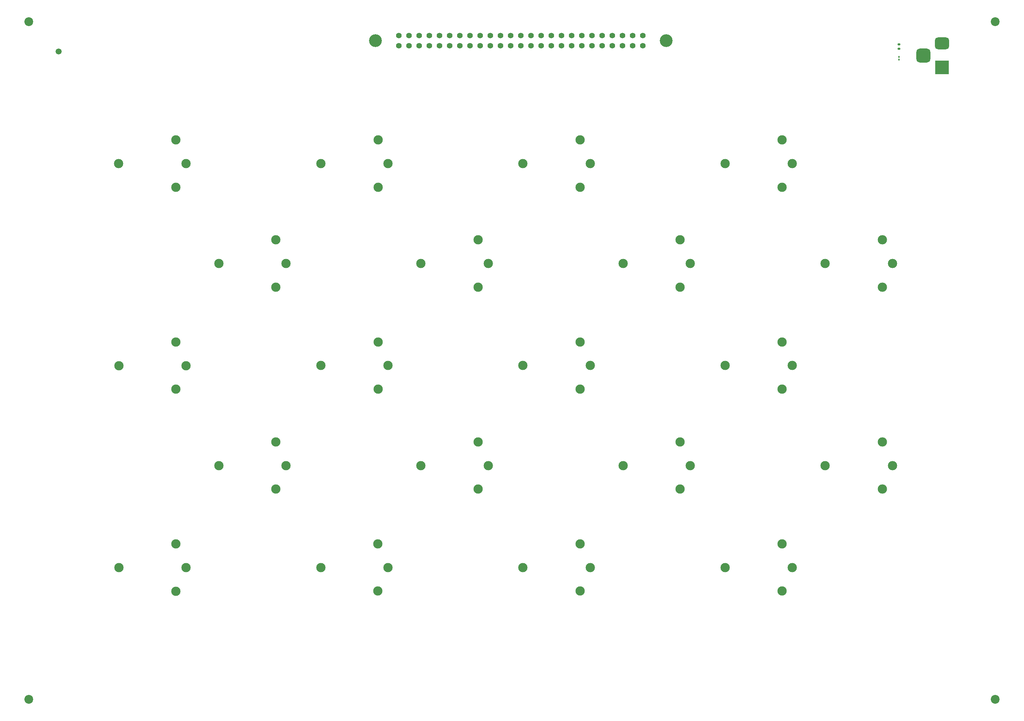
<source format=gbr>
%TF.GenerationSoftware,KiCad,Pcbnew,7.0.2*%
%TF.CreationDate,2023-07-28T09:13:38+01:00*%
%TF.ProjectId,Air quality project,41697220-7175-4616-9c69-74792070726f,rev?*%
%TF.SameCoordinates,Original*%
%TF.FileFunction,Soldermask,Top*%
%TF.FilePolarity,Negative*%
%FSLAX46Y46*%
G04 Gerber Fmt 4.6, Leading zero omitted, Abs format (unit mm)*
G04 Created by KiCad (PCBNEW 7.0.2) date 2023-07-28 09:13:38*
%MOMM*%
%LPD*%
G01*
G04 APERTURE LIST*
G04 Aperture macros list*
%AMRoundRect*
0 Rectangle with rounded corners*
0 $1 Rounding radius*
0 $2 $3 $4 $5 $6 $7 $8 $9 X,Y pos of 4 corners*
0 Add a 4 corners polygon primitive as box body*
4,1,4,$2,$3,$4,$5,$6,$7,$8,$9,$2,$3,0*
0 Add four circle primitives for the rounded corners*
1,1,$1+$1,$2,$3*
1,1,$1+$1,$4,$5*
1,1,$1+$1,$6,$7*
1,1,$1+$1,$8,$9*
0 Add four rect primitives between the rounded corners*
20,1,$1+$1,$2,$3,$4,$5,0*
20,1,$1+$1,$4,$5,$6,$7,0*
20,1,$1+$1,$6,$7,$8,$9,0*
20,1,$1+$1,$8,$9,$2,$3,0*%
G04 Aperture macros list end*
%ADD10C,2.311400*%
%ADD11C,2.200000*%
%ADD12RoundRect,0.100000X-0.100000X0.130000X-0.100000X-0.130000X0.100000X-0.130000X0.100000X0.130000X0*%
%ADD13C,3.200400*%
%ADD14C,1.397000*%
%ADD15R,3.500000X3.500000*%
%ADD16RoundRect,0.750000X-1.000000X0.750000X-1.000000X-0.750000X1.000000X-0.750000X1.000000X0.750000X0*%
%ADD17RoundRect,0.875000X-0.875000X0.875000X-0.875000X-0.875000X0.875000X-0.875000X0.875000X0.875000X0*%
%ADD18RoundRect,0.135000X0.185000X-0.135000X0.185000X0.135000X-0.185000X0.135000X-0.185000X-0.135000X0*%
%ADD19C,1.500000*%
G04 APERTURE END LIST*
D10*
%TO.C,J2*%
X59283000Y-63900501D03*
X61803000Y-58000501D03*
X59283000Y-52100501D03*
X45003000Y-58000501D03*
%TD*%
%TO.C,J4*%
X59290000Y-114430001D03*
X61810000Y-108530001D03*
X59290000Y-102630001D03*
X45010000Y-108530001D03*
%TD*%
D11*
%TO.C,REF\u002A\u002A*%
X263980000Y-22510000D03*
%TD*%
D10*
%TO.C,J5*%
X59290000Y-164920001D03*
X61810000Y-159020001D03*
X59290000Y-153120001D03*
X45010000Y-159020001D03*
%TD*%
%TO.C,J15*%
X160270000Y-164900001D03*
X162790000Y-159000001D03*
X160270000Y-153100001D03*
X145990000Y-159000001D03*
%TD*%
%TO.C,J18*%
X210780000Y-63900001D03*
X213300000Y-58000001D03*
X210780000Y-52100001D03*
X196500000Y-58000001D03*
%TD*%
D11*
%TO.C,REF\u002A\u002A*%
X263980000Y-191980000D03*
%TD*%
%TO.C,REF\u002A\u002A*%
X22520000Y-191980000D03*
%TD*%
D10*
%TO.C,J10*%
X109770000Y-164900001D03*
X112290000Y-159000001D03*
X109770000Y-153100001D03*
X95490000Y-159000001D03*
%TD*%
D12*
%TO.C,D1*%
X239970000Y-31365000D03*
X239970000Y-32005000D03*
%TD*%
D10*
%TO.C,J8*%
X109780000Y-63900001D03*
X112300000Y-58000001D03*
X109780000Y-52100001D03*
X95500000Y-58000001D03*
%TD*%
%TO.C,J12*%
X134780000Y-139400001D03*
X137300000Y-133500001D03*
X134780000Y-127600001D03*
X120500000Y-133500001D03*
%TD*%
%TO.C,J9*%
X109780000Y-114400001D03*
X112300000Y-108500001D03*
X109780000Y-102600001D03*
X95500000Y-108500001D03*
%TD*%
D13*
%TO.C,J3*%
X109179996Y-27270000D03*
X181780004Y-27270000D03*
D14*
X115000000Y-26000000D03*
X115000000Y-28540000D03*
X117540000Y-26000000D03*
X117540000Y-28540000D03*
X120080000Y-26000000D03*
X120080000Y-28540000D03*
X122620000Y-26000000D03*
X122620000Y-28540000D03*
X125160000Y-26000000D03*
X125160000Y-28540000D03*
X127700000Y-26000000D03*
X127700000Y-28540000D03*
X130240000Y-26000000D03*
X130240000Y-28540000D03*
X132780000Y-26000000D03*
X132780000Y-28540000D03*
X135320000Y-26000000D03*
X135320000Y-28540000D03*
X137860000Y-26000000D03*
X137860000Y-28540000D03*
X140400000Y-26000000D03*
X140400000Y-28540000D03*
X142940000Y-26000000D03*
X142940000Y-28540000D03*
X145480000Y-26000000D03*
X145480000Y-28540000D03*
X148020000Y-26000000D03*
X148020000Y-28540000D03*
X150560000Y-26000000D03*
X150560000Y-28540000D03*
X153100000Y-26000000D03*
X153100000Y-28540000D03*
X155640000Y-26000000D03*
X155640000Y-28540000D03*
X158180000Y-26000000D03*
X158180000Y-28540000D03*
X160720000Y-26000000D03*
X160720000Y-28540000D03*
X163260000Y-26000000D03*
X163260000Y-28540000D03*
X165800000Y-26000000D03*
X165800000Y-28540000D03*
X168340000Y-26000000D03*
X168340000Y-28540000D03*
X170880000Y-26000000D03*
X170880000Y-28540000D03*
X173420000Y-26000000D03*
X173420000Y-28540000D03*
X175960000Y-26000000D03*
X175960000Y-28540000D03*
%TD*%
D10*
%TO.C,J6*%
X84280000Y-88900001D03*
X86800000Y-83000001D03*
X84280000Y-77100001D03*
X70000000Y-83000001D03*
%TD*%
%TO.C,J16*%
X185280000Y-88900001D03*
X187800000Y-83000001D03*
X185280000Y-77100001D03*
X171000000Y-83000001D03*
%TD*%
D15*
%TO.C,J1*%
X250730000Y-33970000D03*
D16*
X250730000Y-27970000D03*
D17*
X246030000Y-30970000D03*
%TD*%
D10*
%TO.C,J19*%
X210780000Y-114400001D03*
X213300000Y-108500001D03*
X210780000Y-102600001D03*
X196500000Y-108500001D03*
%TD*%
%TO.C,J17*%
X185280000Y-139400001D03*
X187800000Y-133500001D03*
X185280000Y-127600001D03*
X171000000Y-133500001D03*
%TD*%
D18*
%TO.C,R_LED1*%
X239970000Y-29270000D03*
X239970000Y-28250000D03*
%TD*%
D10*
%TO.C,J11*%
X134780000Y-88900001D03*
X137300000Y-83000001D03*
X134780000Y-77100001D03*
X120500000Y-83000001D03*
%TD*%
%TO.C,J7*%
X84280000Y-139400001D03*
X86800000Y-133500001D03*
X84280000Y-127600001D03*
X70000000Y-133500001D03*
%TD*%
D19*
%TO.C,REF\u002A\u002A*%
X30000000Y-30000000D03*
%TD*%
D10*
%TO.C,J13*%
X160280000Y-63900001D03*
X162800000Y-58000001D03*
X160280000Y-52100001D03*
X146000000Y-58000001D03*
%TD*%
%TO.C,J22*%
X235780000Y-139400001D03*
X238300000Y-133500001D03*
X235780000Y-127600001D03*
X221500000Y-133500001D03*
%TD*%
D11*
%TO.C,REF\u002A\u002A*%
X22520000Y-22520000D03*
%TD*%
D10*
%TO.C,J21*%
X235780000Y-88900001D03*
X238300000Y-83000001D03*
X235780000Y-77100001D03*
X221500000Y-83000001D03*
%TD*%
%TO.C,J14*%
X160280000Y-114400001D03*
X162800000Y-108500001D03*
X160280000Y-102600001D03*
X146000000Y-108500001D03*
%TD*%
%TO.C,J20*%
X210770000Y-164900001D03*
X213290000Y-159000001D03*
X210770000Y-153100001D03*
X196490000Y-159000001D03*
%TD*%
M02*

</source>
